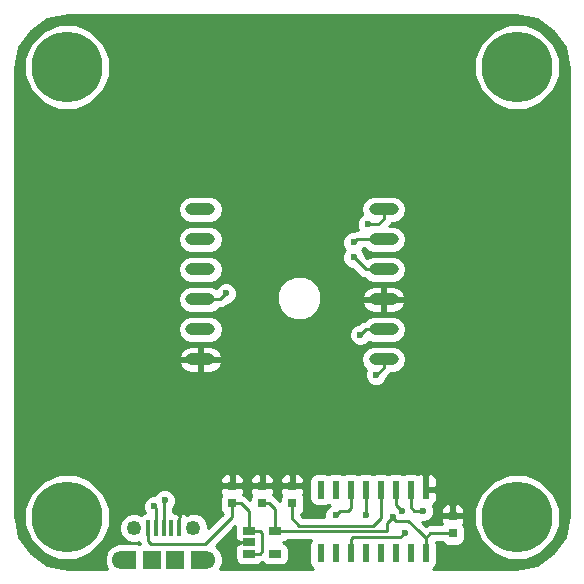
<source format=gtl>
G04 #@! TF.FileFunction,Copper,L1,Top,Signal*
%FSLAX46Y46*%
G04 Gerber Fmt 4.6, Leading zero omitted, Abs format (unit mm)*
G04 Created by KiCad (PCBNEW 4.0.7) date 07/18/19 16:41:38*
%MOMM*%
%LPD*%
G01*
G04 APERTURE LIST*
%ADD10C,0.100000*%
%ADD11O,2.500000X1.000000*%
%ADD12C,6.000000*%
%ADD13R,0.750000X0.800000*%
%ADD14R,1.500000X1.550000*%
%ADD15R,1.275000X1.550000*%
%ADD16C,1.550000*%
%ADD17C,1.250000*%
%ADD18R,0.400000X1.350000*%
%ADD19R,0.600000X1.500000*%
%ADD20R,1.060000X0.650000*%
%ADD21C,0.600000*%
%ADD22C,0.250000*%
%ADD23C,0.254000*%
G04 APERTURE END LIST*
D10*
D11*
X137030000Y-106045000D03*
X137030000Y-103505000D03*
X137030000Y-100965000D03*
X137030000Y-98425000D03*
X137030000Y-95885000D03*
X137030000Y-93345000D03*
X152530000Y-93345000D03*
X152530000Y-95885000D03*
X152530000Y-98425000D03*
X152530000Y-100965000D03*
X152530000Y-103505000D03*
X152530000Y-106045000D03*
D12*
X163830000Y-119380000D03*
X125730000Y-119380000D03*
X125730000Y-81280000D03*
D13*
X144780000Y-118225000D03*
X144780000Y-116725000D03*
X139700000Y-116725000D03*
X139700000Y-118225000D03*
X142240000Y-116725000D03*
X142240000Y-118225000D03*
X158369000Y-119265000D03*
X158369000Y-120765000D03*
D14*
X134908800Y-123012200D03*
D15*
X136846300Y-123012200D03*
D16*
X137483800Y-123012200D03*
X130333800Y-123012200D03*
D17*
X131408800Y-120312200D03*
D18*
X132608800Y-120312200D03*
X133258800Y-120312200D03*
X135208800Y-120312200D03*
X134558800Y-120312200D03*
X133908800Y-120312200D03*
D17*
X136408800Y-120312200D03*
D15*
X130971300Y-123012200D03*
D14*
X132908800Y-123012200D03*
D19*
X156083000Y-117061000D03*
X154813000Y-117061000D03*
X153543000Y-117061000D03*
X152273000Y-117061000D03*
X151003000Y-117061000D03*
X149733000Y-117061000D03*
X148463000Y-117061000D03*
X147193000Y-117061000D03*
X147193000Y-122461000D03*
X148463000Y-122461000D03*
X149733000Y-122461000D03*
X151003000Y-122461000D03*
X152273000Y-122461000D03*
X153543000Y-122461000D03*
X154813000Y-122461000D03*
X156083000Y-122461000D03*
D20*
X141140000Y-120589000D03*
X141140000Y-121539000D03*
X141140000Y-122489000D03*
X143340000Y-122489000D03*
X143340000Y-120589000D03*
D12*
X163830000Y-81280000D03*
D21*
X130810000Y-116205000D03*
X132080000Y-116205000D03*
X133350000Y-116205000D03*
X134620000Y-116205000D03*
X135890000Y-116205000D03*
X137160000Y-116205000D03*
X145415000Y-123063000D03*
X139573000Y-123190000D03*
X139573000Y-121920000D03*
X145415000Y-121920000D03*
X146939000Y-93853000D03*
X145796000Y-93853000D03*
X160020000Y-121285000D03*
X159639000Y-116840000D03*
X159639000Y-118110000D03*
X160020000Y-122555000D03*
X150876000Y-102235000D03*
X149987000Y-96139000D03*
X139192000Y-100457000D03*
X153352500Y-119380000D03*
X149987000Y-97409000D03*
X148463000Y-119253000D03*
X133096000Y-118491000D03*
X151003000Y-119253000D03*
X133985000Y-117983000D03*
X155892500Y-118872000D03*
X151892000Y-107378500D03*
X150558500Y-103949500D03*
X154051000Y-118872000D03*
X151193500Y-94615000D03*
X154305000Y-120713500D03*
D22*
X144780000Y-118225000D02*
X144780000Y-119507000D01*
X152273000Y-119507000D02*
X152273000Y-117061000D01*
X151641002Y-120138998D02*
X152273000Y-119507000D01*
X145411998Y-120138998D02*
X151641002Y-120138998D01*
X144780000Y-119507000D02*
X145411998Y-120138998D01*
X135208800Y-120312200D02*
X135208800Y-119426200D01*
X132080000Y-116205000D02*
X130810000Y-116205000D01*
X133350000Y-116205000D02*
X132080000Y-116205000D01*
X134620000Y-116205000D02*
X133350000Y-116205000D01*
X135890000Y-116205000D02*
X134620000Y-116205000D01*
X137160000Y-116205000D02*
X135890000Y-116205000D01*
X135255000Y-118110000D02*
X137160000Y-116205000D01*
X135255000Y-119380000D02*
X135255000Y-118110000D01*
X135208800Y-119426200D02*
X135255000Y-119380000D01*
X145415000Y-121920000D02*
X145415000Y-123063000D01*
X139700000Y-123190000D02*
X140081000Y-123571000D01*
X140081000Y-123571000D02*
X144907000Y-123571000D01*
X144907000Y-123571000D02*
X145415000Y-123063000D01*
X139573000Y-123190000D02*
X139573000Y-121920000D01*
X139954000Y-121539000D02*
X139573000Y-121920000D01*
X139954000Y-121539000D02*
X141140000Y-121539000D01*
X139573000Y-123190000D02*
X139700000Y-123190000D01*
X160020000Y-121285000D02*
X160020000Y-122428000D01*
X159639000Y-120904000D02*
X160020000Y-121285000D01*
X159639000Y-118110000D02*
X159639000Y-116840000D01*
X158369000Y-118110000D02*
X159639000Y-116840000D01*
X158369000Y-119265000D02*
X158369000Y-118110000D01*
X159639000Y-118110000D02*
X159639000Y-120904000D01*
X160020000Y-122428000D02*
X160020000Y-122555000D01*
X150876000Y-102235000D02*
X152527000Y-102235000D01*
X152530000Y-102232000D02*
X152530000Y-100965000D01*
X152527000Y-102235000D02*
X152530000Y-102232000D01*
X141140000Y-120589000D02*
X142052000Y-120589000D01*
X142052000Y-122489000D02*
X141140000Y-122489000D01*
X142240000Y-122301000D02*
X142052000Y-122489000D01*
X142240000Y-120777000D02*
X142240000Y-122301000D01*
X142052000Y-120589000D02*
X142240000Y-120777000D01*
X132608800Y-120312200D02*
X132608800Y-121432800D01*
X139700000Y-119380000D02*
X139700000Y-118225000D01*
X137414000Y-121666000D02*
X139700000Y-119380000D01*
X132842000Y-121666000D02*
X137414000Y-121666000D01*
X132608800Y-121432800D02*
X132842000Y-121666000D01*
X139700000Y-118225000D02*
X140450000Y-118225000D01*
X141140000Y-118915000D02*
X141140000Y-120589000D01*
X140450000Y-118225000D02*
X141140000Y-118915000D01*
X150241000Y-95885000D02*
X152530000Y-95885000D01*
X150241000Y-95885000D02*
X149987000Y-96139000D01*
X137030000Y-100965000D02*
X138684000Y-100965000D01*
X138684000Y-100965000D02*
X139192000Y-100457000D01*
X153352500Y-119380000D02*
X153352500Y-119443500D01*
X155514000Y-120589000D02*
X156083000Y-121158000D01*
X154622500Y-119697500D02*
X155514000Y-120589000D01*
X153606500Y-119697500D02*
X154622500Y-119697500D01*
X153352500Y-119443500D02*
X153606500Y-119697500D01*
X152844500Y-120589000D02*
X152844500Y-119888000D01*
X152844500Y-119888000D02*
X153352500Y-119380000D01*
X152530000Y-98425000D02*
X151003000Y-98425000D01*
X151003000Y-98425000D02*
X149987000Y-97409000D01*
X143340000Y-120589000D02*
X143340000Y-118702000D01*
X142863000Y-118225000D02*
X142240000Y-118225000D01*
X143340000Y-118702000D02*
X142863000Y-118225000D01*
X156083000Y-122461000D02*
X156083000Y-121158000D01*
X156083000Y-121158000D02*
X156476000Y-120765000D01*
X156476000Y-120765000D02*
X158369000Y-120765000D01*
X143340000Y-120589000D02*
X152844500Y-120589000D01*
X133258800Y-120312200D02*
X133258800Y-118653800D01*
X148463000Y-119253000D02*
X148844000Y-118872000D01*
X148844000Y-118872000D02*
X149479000Y-118872000D01*
X149479000Y-118872000D02*
X149733000Y-118618000D01*
X149733000Y-118618000D02*
X149733000Y-117061000D01*
X133258800Y-118653800D02*
X133096000Y-118491000D01*
X133908800Y-120312200D02*
X133908800Y-118059200D01*
X151003000Y-119253000D02*
X151003000Y-117061000D01*
X133908800Y-118059200D02*
X133985000Y-117983000D01*
X152530000Y-106045000D02*
X152530000Y-106740500D01*
X154813000Y-118554500D02*
X154813000Y-117061000D01*
X155130500Y-118872000D02*
X154813000Y-118554500D01*
X155892500Y-118872000D02*
X155130500Y-118872000D01*
X152530000Y-106740500D02*
X151892000Y-107378500D01*
X151003000Y-103505000D02*
X150558500Y-103949500D01*
X152530000Y-103505000D02*
X151003000Y-103505000D01*
X154051000Y-118872000D02*
X153543000Y-118364000D01*
X153543000Y-118364000D02*
X153543000Y-117061000D01*
X152530000Y-94167500D02*
X152530000Y-93345000D01*
X152082500Y-94615000D02*
X152530000Y-94167500D01*
X151193500Y-94615000D02*
X152082500Y-94615000D01*
X153924000Y-121094500D02*
X154305000Y-120713500D01*
X149923500Y-121094500D02*
X153924000Y-121094500D01*
X149733000Y-122461000D02*
X149733000Y-121285000D01*
X149733000Y-121285000D02*
X149923500Y-121094500D01*
D23*
G36*
X165497005Y-77255498D02*
X166910221Y-78199779D01*
X167854502Y-79612997D01*
X168200000Y-81349931D01*
X168200000Y-119310069D01*
X167854502Y-121047003D01*
X166910221Y-122460221D01*
X165497005Y-123404502D01*
X163760069Y-123750000D01*
X156718028Y-123750000D01*
X156834441Y-123675090D01*
X156979431Y-123462890D01*
X157030440Y-123211000D01*
X157030440Y-121711000D01*
X156995442Y-121525000D01*
X157471069Y-121525000D01*
X157529910Y-121616441D01*
X157742110Y-121761431D01*
X157994000Y-121812440D01*
X158744000Y-121812440D01*
X158979317Y-121768162D01*
X159195441Y-121629090D01*
X159340431Y-121416890D01*
X159391440Y-121165000D01*
X159391440Y-120365000D01*
X159347162Y-120129683D01*
X159327981Y-120099874D01*
X160194370Y-120099874D01*
X160746600Y-121436372D01*
X161768249Y-122459806D01*
X163103782Y-123014368D01*
X164549874Y-123015630D01*
X165886372Y-122463400D01*
X166909806Y-121441751D01*
X167464368Y-120106218D01*
X167465630Y-118660126D01*
X166913400Y-117323628D01*
X165891751Y-116300194D01*
X164556218Y-115745632D01*
X163110126Y-115744370D01*
X161773628Y-116296600D01*
X160750194Y-117318249D01*
X160195632Y-118653782D01*
X160194370Y-120099874D01*
X159327981Y-120099874D01*
X159280671Y-120026354D01*
X159282327Y-120024698D01*
X159379000Y-119791309D01*
X159379000Y-119550750D01*
X159220250Y-119392000D01*
X158496000Y-119392000D01*
X158496000Y-119412000D01*
X158242000Y-119412000D01*
X158242000Y-119392000D01*
X157517750Y-119392000D01*
X157359000Y-119550750D01*
X157359000Y-119791309D01*
X157447514Y-120005000D01*
X156476000Y-120005000D01*
X156185161Y-120062852D01*
X156111723Y-120111921D01*
X155806728Y-119806926D01*
X156077667Y-119807162D01*
X156421443Y-119665117D01*
X156684692Y-119402327D01*
X156827338Y-119058799D01*
X156827616Y-118738691D01*
X157359000Y-118738691D01*
X157359000Y-118979250D01*
X157517750Y-119138000D01*
X158242000Y-119138000D01*
X158242000Y-118388750D01*
X158496000Y-118388750D01*
X158496000Y-119138000D01*
X159220250Y-119138000D01*
X159379000Y-118979250D01*
X159379000Y-118738691D01*
X159282327Y-118505302D01*
X159103699Y-118326673D01*
X158870310Y-118230000D01*
X158654750Y-118230000D01*
X158496000Y-118388750D01*
X158242000Y-118388750D01*
X158083250Y-118230000D01*
X157867690Y-118230000D01*
X157634301Y-118326673D01*
X157455673Y-118505302D01*
X157359000Y-118738691D01*
X156827616Y-118738691D01*
X156827662Y-118686833D01*
X156696171Y-118368600D01*
X156742699Y-118349327D01*
X156921327Y-118170698D01*
X157018000Y-117937309D01*
X157018000Y-117346750D01*
X156859250Y-117188000D01*
X156210000Y-117188000D01*
X156210000Y-117208000D01*
X155956000Y-117208000D01*
X155956000Y-117188000D01*
X155936000Y-117188000D01*
X155936000Y-116934000D01*
X155956000Y-116934000D01*
X155956000Y-115834750D01*
X156210000Y-115834750D01*
X156210000Y-116934000D01*
X156859250Y-116934000D01*
X157018000Y-116775250D01*
X157018000Y-116184691D01*
X156921327Y-115951302D01*
X156742699Y-115772673D01*
X156509310Y-115676000D01*
X156368750Y-115676000D01*
X156210000Y-115834750D01*
X155956000Y-115834750D01*
X155797250Y-115676000D01*
X155656690Y-115676000D01*
X155439878Y-115765806D01*
X155364890Y-115714569D01*
X155113000Y-115663560D01*
X154513000Y-115663560D01*
X154277683Y-115707838D01*
X154178472Y-115771678D01*
X154094890Y-115714569D01*
X153843000Y-115663560D01*
X153243000Y-115663560D01*
X153007683Y-115707838D01*
X152908472Y-115771678D01*
X152824890Y-115714569D01*
X152573000Y-115663560D01*
X151973000Y-115663560D01*
X151737683Y-115707838D01*
X151638472Y-115771678D01*
X151554890Y-115714569D01*
X151303000Y-115663560D01*
X150703000Y-115663560D01*
X150467683Y-115707838D01*
X150368472Y-115771678D01*
X150284890Y-115714569D01*
X150033000Y-115663560D01*
X149433000Y-115663560D01*
X149197683Y-115707838D01*
X149098472Y-115771678D01*
X149014890Y-115714569D01*
X148763000Y-115663560D01*
X148163000Y-115663560D01*
X147927683Y-115707838D01*
X147828472Y-115771678D01*
X147744890Y-115714569D01*
X147493000Y-115663560D01*
X146893000Y-115663560D01*
X146657683Y-115707838D01*
X146441559Y-115846910D01*
X146296569Y-116059110D01*
X146245560Y-116311000D01*
X146245560Y-117811000D01*
X146289838Y-118046317D01*
X146428910Y-118262441D01*
X146641110Y-118407431D01*
X146893000Y-118458440D01*
X147493000Y-118458440D01*
X147728317Y-118414162D01*
X147827528Y-118350322D01*
X147911110Y-118407431D01*
X148011701Y-118427801D01*
X147934057Y-118459883D01*
X147670808Y-118722673D01*
X147528162Y-119066201D01*
X147527890Y-119378998D01*
X145726800Y-119378998D01*
X145540000Y-119192198D01*
X145540000Y-119131844D01*
X145606441Y-119089090D01*
X145751431Y-118876890D01*
X145802440Y-118625000D01*
X145802440Y-117825000D01*
X145758162Y-117589683D01*
X145691671Y-117486354D01*
X145693327Y-117484698D01*
X145790000Y-117251309D01*
X145790000Y-117010750D01*
X145631250Y-116852000D01*
X144907000Y-116852000D01*
X144907000Y-116872000D01*
X144653000Y-116872000D01*
X144653000Y-116852000D01*
X143928750Y-116852000D01*
X143770000Y-117010750D01*
X143770000Y-117251309D01*
X143866673Y-117484698D01*
X143868043Y-117486068D01*
X143808569Y-117573110D01*
X143757560Y-117825000D01*
X143757560Y-118044758D01*
X143400401Y-117687599D01*
X143191237Y-117547841D01*
X143151671Y-117486354D01*
X143153327Y-117484698D01*
X143250000Y-117251309D01*
X143250000Y-117010750D01*
X143091250Y-116852000D01*
X142367000Y-116852000D01*
X142367000Y-116872000D01*
X142113000Y-116872000D01*
X142113000Y-116852000D01*
X141388750Y-116852000D01*
X141230000Y-117010750D01*
X141230000Y-117251309D01*
X141326673Y-117484698D01*
X141328043Y-117486068D01*
X141268569Y-117573110D01*
X141217560Y-117825000D01*
X141217560Y-117917758D01*
X140987401Y-117687599D01*
X140740839Y-117522852D01*
X140619645Y-117498745D01*
X140611671Y-117486354D01*
X140613327Y-117484698D01*
X140710000Y-117251309D01*
X140710000Y-117010750D01*
X140551250Y-116852000D01*
X139827000Y-116852000D01*
X139827000Y-116872000D01*
X139573000Y-116872000D01*
X139573000Y-116852000D01*
X138848750Y-116852000D01*
X138690000Y-117010750D01*
X138690000Y-117251309D01*
X138786673Y-117484698D01*
X138788043Y-117486068D01*
X138728569Y-117573110D01*
X138677560Y-117825000D01*
X138677560Y-118625000D01*
X138721838Y-118860317D01*
X138860910Y-119076441D01*
X138901217Y-119103981D01*
X137668779Y-120336419D01*
X137669018Y-120062670D01*
X137477599Y-119599400D01*
X137123465Y-119244647D01*
X136660529Y-119052419D01*
X136159270Y-119051982D01*
X135849572Y-119179946D01*
X135768498Y-119098873D01*
X135535109Y-119002200D01*
X135467550Y-119002200D01*
X135308800Y-119160950D01*
X135308800Y-119319267D01*
X135222890Y-119185759D01*
X135010690Y-119040769D01*
X134983015Y-119035165D01*
X134950050Y-119002200D01*
X134882491Y-119002200D01*
X134862047Y-119010668D01*
X134758800Y-118989760D01*
X134668800Y-118989760D01*
X134668800Y-118621530D01*
X134777192Y-118513327D01*
X134919838Y-118169799D01*
X134920162Y-117797833D01*
X134778117Y-117454057D01*
X134515327Y-117190808D01*
X134171799Y-117048162D01*
X133799833Y-117047838D01*
X133456057Y-117189883D01*
X133192808Y-117452673D01*
X133149883Y-117556046D01*
X132910833Y-117555838D01*
X132567057Y-117697883D01*
X132303808Y-117960673D01*
X132161162Y-118304201D01*
X132160838Y-118676167D01*
X132298952Y-119010429D01*
X132173483Y-119034038D01*
X131957359Y-119173110D01*
X131955994Y-119175107D01*
X131660529Y-119052419D01*
X131159270Y-119051982D01*
X130696000Y-119243401D01*
X130341247Y-119597535D01*
X130149019Y-120060471D01*
X130148582Y-120561730D01*
X130340001Y-121025000D01*
X130694135Y-121379753D01*
X131157071Y-121571981D01*
X131658330Y-121572418D01*
X131859997Y-121489091D01*
X131892761Y-121653807D01*
X131886072Y-121658112D01*
X131860690Y-121640769D01*
X131608800Y-121589760D01*
X130333800Y-121589760D01*
X130267998Y-121602141D01*
X130054564Y-121601955D01*
X129536142Y-121816163D01*
X129139157Y-122212456D01*
X128924045Y-122730503D01*
X128923555Y-123291436D01*
X129113030Y-123750000D01*
X125799931Y-123750000D01*
X124062997Y-123404502D01*
X122649779Y-122460221D01*
X121705498Y-121047005D01*
X121517102Y-120099874D01*
X122094370Y-120099874D01*
X122646600Y-121436372D01*
X123668249Y-122459806D01*
X125003782Y-123014368D01*
X126449874Y-123015630D01*
X127786372Y-122463400D01*
X128809806Y-121441751D01*
X129364368Y-120106218D01*
X129365630Y-118660126D01*
X128813400Y-117323628D01*
X127791751Y-116300194D01*
X127547305Y-116198691D01*
X138690000Y-116198691D01*
X138690000Y-116439250D01*
X138848750Y-116598000D01*
X139573000Y-116598000D01*
X139573000Y-115848750D01*
X139827000Y-115848750D01*
X139827000Y-116598000D01*
X140551250Y-116598000D01*
X140710000Y-116439250D01*
X140710000Y-116198691D01*
X141230000Y-116198691D01*
X141230000Y-116439250D01*
X141388750Y-116598000D01*
X142113000Y-116598000D01*
X142113000Y-115848750D01*
X142367000Y-115848750D01*
X142367000Y-116598000D01*
X143091250Y-116598000D01*
X143250000Y-116439250D01*
X143250000Y-116198691D01*
X143770000Y-116198691D01*
X143770000Y-116439250D01*
X143928750Y-116598000D01*
X144653000Y-116598000D01*
X144653000Y-115848750D01*
X144907000Y-115848750D01*
X144907000Y-116598000D01*
X145631250Y-116598000D01*
X145790000Y-116439250D01*
X145790000Y-116198691D01*
X145693327Y-115965302D01*
X145514699Y-115786673D01*
X145281310Y-115690000D01*
X145065750Y-115690000D01*
X144907000Y-115848750D01*
X144653000Y-115848750D01*
X144494250Y-115690000D01*
X144278690Y-115690000D01*
X144045301Y-115786673D01*
X143866673Y-115965302D01*
X143770000Y-116198691D01*
X143250000Y-116198691D01*
X143153327Y-115965302D01*
X142974699Y-115786673D01*
X142741310Y-115690000D01*
X142525750Y-115690000D01*
X142367000Y-115848750D01*
X142113000Y-115848750D01*
X141954250Y-115690000D01*
X141738690Y-115690000D01*
X141505301Y-115786673D01*
X141326673Y-115965302D01*
X141230000Y-116198691D01*
X140710000Y-116198691D01*
X140613327Y-115965302D01*
X140434699Y-115786673D01*
X140201310Y-115690000D01*
X139985750Y-115690000D01*
X139827000Y-115848750D01*
X139573000Y-115848750D01*
X139414250Y-115690000D01*
X139198690Y-115690000D01*
X138965301Y-115786673D01*
X138786673Y-115965302D01*
X138690000Y-116198691D01*
X127547305Y-116198691D01*
X126456218Y-115745632D01*
X125010126Y-115744370D01*
X123673628Y-116296600D01*
X122650194Y-117318249D01*
X122095632Y-118653782D01*
X122094370Y-120099874D01*
X121517102Y-120099874D01*
X121360000Y-119310069D01*
X121360000Y-106346874D01*
X135185881Y-106346874D01*
X135387632Y-106757763D01*
X135728322Y-107045002D01*
X136153000Y-107180000D01*
X136903000Y-107180000D01*
X136903000Y-106172000D01*
X137157000Y-106172000D01*
X137157000Y-107180000D01*
X137907000Y-107180000D01*
X138331678Y-107045002D01*
X138672368Y-106757763D01*
X138874119Y-106346874D01*
X138747954Y-106172000D01*
X137157000Y-106172000D01*
X136903000Y-106172000D01*
X135312046Y-106172000D01*
X135185881Y-106346874D01*
X121360000Y-106346874D01*
X121360000Y-106045000D01*
X150608071Y-106045000D01*
X150694468Y-106479346D01*
X150940505Y-106847566D01*
X151065406Y-106931022D01*
X150957162Y-107191701D01*
X150956838Y-107563667D01*
X151098883Y-107907443D01*
X151361673Y-108170692D01*
X151705201Y-108313338D01*
X152077167Y-108313662D01*
X152420943Y-108171617D01*
X152684192Y-107908827D01*
X152826838Y-107565299D01*
X152826879Y-107518423D01*
X153067401Y-107277901D01*
X153132816Y-107180000D01*
X153316929Y-107180000D01*
X153751275Y-107093603D01*
X154119495Y-106847566D01*
X154365532Y-106479346D01*
X154451929Y-106045000D01*
X154365532Y-105610654D01*
X154119495Y-105242434D01*
X153751275Y-104996397D01*
X153316929Y-104910000D01*
X151743071Y-104910000D01*
X151308725Y-104996397D01*
X150940505Y-105242434D01*
X150694468Y-105610654D01*
X150608071Y-106045000D01*
X121360000Y-106045000D01*
X121360000Y-105743126D01*
X135185881Y-105743126D01*
X135312046Y-105918000D01*
X136903000Y-105918000D01*
X136903000Y-104910000D01*
X137157000Y-104910000D01*
X137157000Y-105918000D01*
X138747954Y-105918000D01*
X138874119Y-105743126D01*
X138672368Y-105332237D01*
X138331678Y-105044998D01*
X137907000Y-104910000D01*
X137157000Y-104910000D01*
X136903000Y-104910000D01*
X136153000Y-104910000D01*
X135728322Y-105044998D01*
X135387632Y-105332237D01*
X135185881Y-105743126D01*
X121360000Y-105743126D01*
X121360000Y-103505000D01*
X135108071Y-103505000D01*
X135194468Y-103939346D01*
X135440505Y-104307566D01*
X135808725Y-104553603D01*
X136243071Y-104640000D01*
X137816929Y-104640000D01*
X138251275Y-104553603D01*
X138619495Y-104307566D01*
X138735022Y-104134667D01*
X149623338Y-104134667D01*
X149765383Y-104478443D01*
X150028173Y-104741692D01*
X150371701Y-104884338D01*
X150743667Y-104884662D01*
X151087443Y-104742617D01*
X151289593Y-104540819D01*
X151308725Y-104553603D01*
X151743071Y-104640000D01*
X153316929Y-104640000D01*
X153751275Y-104553603D01*
X154119495Y-104307566D01*
X154365532Y-103939346D01*
X154451929Y-103505000D01*
X154365532Y-103070654D01*
X154119495Y-102702434D01*
X153751275Y-102456397D01*
X153316929Y-102370000D01*
X151743071Y-102370000D01*
X151308725Y-102456397D01*
X150940505Y-102702434D01*
X150898124Y-102765861D01*
X150712161Y-102802852D01*
X150465599Y-102967599D01*
X150418820Y-103014378D01*
X150373333Y-103014338D01*
X150029557Y-103156383D01*
X149766308Y-103419173D01*
X149623662Y-103762701D01*
X149623338Y-104134667D01*
X138735022Y-104134667D01*
X138865532Y-103939346D01*
X138951929Y-103505000D01*
X138865532Y-103070654D01*
X138619495Y-102702434D01*
X138251275Y-102456397D01*
X137816929Y-102370000D01*
X136243071Y-102370000D01*
X135808725Y-102456397D01*
X135440505Y-102702434D01*
X135194468Y-103070654D01*
X135108071Y-103505000D01*
X121360000Y-103505000D01*
X121360000Y-100965000D01*
X135108071Y-100965000D01*
X135194468Y-101399346D01*
X135440505Y-101767566D01*
X135808725Y-102013603D01*
X136243071Y-102100000D01*
X137816929Y-102100000D01*
X138251275Y-102013603D01*
X138619495Y-101767566D01*
X138647937Y-101725000D01*
X138684000Y-101725000D01*
X138974839Y-101667148D01*
X139221401Y-101502401D01*
X139331680Y-101392122D01*
X139377167Y-101392162D01*
X139720943Y-101250117D01*
X139772845Y-101198305D01*
X143494674Y-101198305D01*
X143781043Y-101891372D01*
X144310839Y-102422093D01*
X145003405Y-102709672D01*
X145753305Y-102710326D01*
X146446372Y-102423957D01*
X146977093Y-101894161D01*
X147237565Y-101266874D01*
X150685881Y-101266874D01*
X150887632Y-101677763D01*
X151228322Y-101965002D01*
X151653000Y-102100000D01*
X152403000Y-102100000D01*
X152403000Y-101092000D01*
X152657000Y-101092000D01*
X152657000Y-102100000D01*
X153407000Y-102100000D01*
X153831678Y-101965002D01*
X154172368Y-101677763D01*
X154374119Y-101266874D01*
X154247954Y-101092000D01*
X152657000Y-101092000D01*
X152403000Y-101092000D01*
X150812046Y-101092000D01*
X150685881Y-101266874D01*
X147237565Y-101266874D01*
X147264672Y-101201595D01*
X147265141Y-100663126D01*
X150685881Y-100663126D01*
X150812046Y-100838000D01*
X152403000Y-100838000D01*
X152403000Y-99830000D01*
X152657000Y-99830000D01*
X152657000Y-100838000D01*
X154247954Y-100838000D01*
X154374119Y-100663126D01*
X154172368Y-100252237D01*
X153831678Y-99964998D01*
X153407000Y-99830000D01*
X152657000Y-99830000D01*
X152403000Y-99830000D01*
X151653000Y-99830000D01*
X151228322Y-99964998D01*
X150887632Y-100252237D01*
X150685881Y-100663126D01*
X147265141Y-100663126D01*
X147265326Y-100451695D01*
X146978957Y-99758628D01*
X146449161Y-99227907D01*
X145756595Y-98940328D01*
X145006695Y-98939674D01*
X144313628Y-99226043D01*
X143782907Y-99755839D01*
X143495328Y-100448405D01*
X143494674Y-101198305D01*
X139772845Y-101198305D01*
X139984192Y-100987327D01*
X140126838Y-100643799D01*
X140127162Y-100271833D01*
X139985117Y-99928057D01*
X139722327Y-99664808D01*
X139378799Y-99522162D01*
X139006833Y-99521838D01*
X138663057Y-99663883D01*
X138399808Y-99926673D01*
X138370888Y-99996320D01*
X138251275Y-99916397D01*
X137816929Y-99830000D01*
X136243071Y-99830000D01*
X135808725Y-99916397D01*
X135440505Y-100162434D01*
X135194468Y-100530654D01*
X135108071Y-100965000D01*
X121360000Y-100965000D01*
X121360000Y-98425000D01*
X135108071Y-98425000D01*
X135194468Y-98859346D01*
X135440505Y-99227566D01*
X135808725Y-99473603D01*
X136243071Y-99560000D01*
X137816929Y-99560000D01*
X138251275Y-99473603D01*
X138619495Y-99227566D01*
X138865532Y-98859346D01*
X138951929Y-98425000D01*
X138865532Y-97990654D01*
X138619495Y-97622434D01*
X138251275Y-97376397D01*
X137816929Y-97290000D01*
X136243071Y-97290000D01*
X135808725Y-97376397D01*
X135440505Y-97622434D01*
X135194468Y-97990654D01*
X135108071Y-98425000D01*
X121360000Y-98425000D01*
X121360000Y-95885000D01*
X135108071Y-95885000D01*
X135194468Y-96319346D01*
X135440505Y-96687566D01*
X135808725Y-96933603D01*
X136243071Y-97020000D01*
X137816929Y-97020000D01*
X138251275Y-96933603D01*
X138619495Y-96687566D01*
X138862310Y-96324167D01*
X149051838Y-96324167D01*
X149193883Y-96667943D01*
X149299710Y-96773954D01*
X149194808Y-96878673D01*
X149052162Y-97222201D01*
X149051838Y-97594167D01*
X149193883Y-97937943D01*
X149456673Y-98201192D01*
X149800201Y-98343838D01*
X149847077Y-98343879D01*
X150465599Y-98962401D01*
X150712161Y-99127148D01*
X150898124Y-99164139D01*
X150940505Y-99227566D01*
X151308725Y-99473603D01*
X151743071Y-99560000D01*
X153316929Y-99560000D01*
X153751275Y-99473603D01*
X154119495Y-99227566D01*
X154365532Y-98859346D01*
X154451929Y-98425000D01*
X154365532Y-97990654D01*
X154119495Y-97622434D01*
X153751275Y-97376397D01*
X153316929Y-97290000D01*
X151743071Y-97290000D01*
X151308725Y-97376397D01*
X151141161Y-97488359D01*
X150922122Y-97269320D01*
X150922162Y-97223833D01*
X150780117Y-96880057D01*
X150674290Y-96774046D01*
X150779192Y-96669327D01*
X150789294Y-96645000D01*
X150912063Y-96645000D01*
X150940505Y-96687566D01*
X151308725Y-96933603D01*
X151743071Y-97020000D01*
X153316929Y-97020000D01*
X153751275Y-96933603D01*
X154119495Y-96687566D01*
X154365532Y-96319346D01*
X154451929Y-95885000D01*
X154365532Y-95450654D01*
X154119495Y-95082434D01*
X153751275Y-94836397D01*
X153316929Y-94750000D01*
X153022302Y-94750000D01*
X153067401Y-94704901D01*
X153217675Y-94480000D01*
X153316929Y-94480000D01*
X153751275Y-94393603D01*
X154119495Y-94147566D01*
X154365532Y-93779346D01*
X154451929Y-93345000D01*
X154365532Y-92910654D01*
X154119495Y-92542434D01*
X153751275Y-92296397D01*
X153316929Y-92210000D01*
X151743071Y-92210000D01*
X151308725Y-92296397D01*
X150940505Y-92542434D01*
X150694468Y-92910654D01*
X150608071Y-93345000D01*
X150694468Y-93779346D01*
X150710270Y-93802995D01*
X150664557Y-93821883D01*
X150401308Y-94084673D01*
X150258662Y-94428201D01*
X150258338Y-94800167D01*
X150392556Y-95125000D01*
X150241000Y-95125000D01*
X149950160Y-95182852D01*
X149918600Y-95203940D01*
X149801833Y-95203838D01*
X149458057Y-95345883D01*
X149194808Y-95608673D01*
X149052162Y-95952201D01*
X149051838Y-96324167D01*
X138862310Y-96324167D01*
X138865532Y-96319346D01*
X138951929Y-95885000D01*
X138865532Y-95450654D01*
X138619495Y-95082434D01*
X138251275Y-94836397D01*
X137816929Y-94750000D01*
X136243071Y-94750000D01*
X135808725Y-94836397D01*
X135440505Y-95082434D01*
X135194468Y-95450654D01*
X135108071Y-95885000D01*
X121360000Y-95885000D01*
X121360000Y-93345000D01*
X135108071Y-93345000D01*
X135194468Y-93779346D01*
X135440505Y-94147566D01*
X135808725Y-94393603D01*
X136243071Y-94480000D01*
X137816929Y-94480000D01*
X138251275Y-94393603D01*
X138619495Y-94147566D01*
X138865532Y-93779346D01*
X138951929Y-93345000D01*
X138865532Y-92910654D01*
X138619495Y-92542434D01*
X138251275Y-92296397D01*
X137816929Y-92210000D01*
X136243071Y-92210000D01*
X135808725Y-92296397D01*
X135440505Y-92542434D01*
X135194468Y-92910654D01*
X135108071Y-93345000D01*
X121360000Y-93345000D01*
X121360000Y-81999874D01*
X122094370Y-81999874D01*
X122646600Y-83336372D01*
X123668249Y-84359806D01*
X125003782Y-84914368D01*
X126449874Y-84915630D01*
X127786372Y-84363400D01*
X128809806Y-83341751D01*
X129364368Y-82006218D01*
X129364373Y-81999874D01*
X160194370Y-81999874D01*
X160746600Y-83336372D01*
X161768249Y-84359806D01*
X163103782Y-84914368D01*
X164549874Y-84915630D01*
X165886372Y-84363400D01*
X166909806Y-83341751D01*
X167464368Y-82006218D01*
X167465630Y-80560126D01*
X166913400Y-79223628D01*
X165891751Y-78200194D01*
X164556218Y-77645632D01*
X163110126Y-77644370D01*
X161773628Y-78196600D01*
X160750194Y-79218249D01*
X160195632Y-80553782D01*
X160194370Y-81999874D01*
X129364373Y-81999874D01*
X129365630Y-80560126D01*
X128813400Y-79223628D01*
X127791751Y-78200194D01*
X126456218Y-77645632D01*
X125010126Y-77644370D01*
X123673628Y-78196600D01*
X122650194Y-79218249D01*
X122095632Y-80553782D01*
X122094370Y-81999874D01*
X121360000Y-81999874D01*
X121360000Y-81349931D01*
X121705498Y-79612995D01*
X122649779Y-78199779D01*
X124062997Y-77255498D01*
X125799931Y-76910000D01*
X163760069Y-76910000D01*
X165497005Y-77255498D01*
X165497005Y-77255498D01*
G37*
X165497005Y-77255498D02*
X166910221Y-78199779D01*
X167854502Y-79612997D01*
X168200000Y-81349931D01*
X168200000Y-119310069D01*
X167854502Y-121047003D01*
X166910221Y-122460221D01*
X165497005Y-123404502D01*
X163760069Y-123750000D01*
X156718028Y-123750000D01*
X156834441Y-123675090D01*
X156979431Y-123462890D01*
X157030440Y-123211000D01*
X157030440Y-121711000D01*
X156995442Y-121525000D01*
X157471069Y-121525000D01*
X157529910Y-121616441D01*
X157742110Y-121761431D01*
X157994000Y-121812440D01*
X158744000Y-121812440D01*
X158979317Y-121768162D01*
X159195441Y-121629090D01*
X159340431Y-121416890D01*
X159391440Y-121165000D01*
X159391440Y-120365000D01*
X159347162Y-120129683D01*
X159327981Y-120099874D01*
X160194370Y-120099874D01*
X160746600Y-121436372D01*
X161768249Y-122459806D01*
X163103782Y-123014368D01*
X164549874Y-123015630D01*
X165886372Y-122463400D01*
X166909806Y-121441751D01*
X167464368Y-120106218D01*
X167465630Y-118660126D01*
X166913400Y-117323628D01*
X165891751Y-116300194D01*
X164556218Y-115745632D01*
X163110126Y-115744370D01*
X161773628Y-116296600D01*
X160750194Y-117318249D01*
X160195632Y-118653782D01*
X160194370Y-120099874D01*
X159327981Y-120099874D01*
X159280671Y-120026354D01*
X159282327Y-120024698D01*
X159379000Y-119791309D01*
X159379000Y-119550750D01*
X159220250Y-119392000D01*
X158496000Y-119392000D01*
X158496000Y-119412000D01*
X158242000Y-119412000D01*
X158242000Y-119392000D01*
X157517750Y-119392000D01*
X157359000Y-119550750D01*
X157359000Y-119791309D01*
X157447514Y-120005000D01*
X156476000Y-120005000D01*
X156185161Y-120062852D01*
X156111723Y-120111921D01*
X155806728Y-119806926D01*
X156077667Y-119807162D01*
X156421443Y-119665117D01*
X156684692Y-119402327D01*
X156827338Y-119058799D01*
X156827616Y-118738691D01*
X157359000Y-118738691D01*
X157359000Y-118979250D01*
X157517750Y-119138000D01*
X158242000Y-119138000D01*
X158242000Y-118388750D01*
X158496000Y-118388750D01*
X158496000Y-119138000D01*
X159220250Y-119138000D01*
X159379000Y-118979250D01*
X159379000Y-118738691D01*
X159282327Y-118505302D01*
X159103699Y-118326673D01*
X158870310Y-118230000D01*
X158654750Y-118230000D01*
X158496000Y-118388750D01*
X158242000Y-118388750D01*
X158083250Y-118230000D01*
X157867690Y-118230000D01*
X157634301Y-118326673D01*
X157455673Y-118505302D01*
X157359000Y-118738691D01*
X156827616Y-118738691D01*
X156827662Y-118686833D01*
X156696171Y-118368600D01*
X156742699Y-118349327D01*
X156921327Y-118170698D01*
X157018000Y-117937309D01*
X157018000Y-117346750D01*
X156859250Y-117188000D01*
X156210000Y-117188000D01*
X156210000Y-117208000D01*
X155956000Y-117208000D01*
X155956000Y-117188000D01*
X155936000Y-117188000D01*
X155936000Y-116934000D01*
X155956000Y-116934000D01*
X155956000Y-115834750D01*
X156210000Y-115834750D01*
X156210000Y-116934000D01*
X156859250Y-116934000D01*
X157018000Y-116775250D01*
X157018000Y-116184691D01*
X156921327Y-115951302D01*
X156742699Y-115772673D01*
X156509310Y-115676000D01*
X156368750Y-115676000D01*
X156210000Y-115834750D01*
X155956000Y-115834750D01*
X155797250Y-115676000D01*
X155656690Y-115676000D01*
X155439878Y-115765806D01*
X155364890Y-115714569D01*
X155113000Y-115663560D01*
X154513000Y-115663560D01*
X154277683Y-115707838D01*
X154178472Y-115771678D01*
X154094890Y-115714569D01*
X153843000Y-115663560D01*
X153243000Y-115663560D01*
X153007683Y-115707838D01*
X152908472Y-115771678D01*
X152824890Y-115714569D01*
X152573000Y-115663560D01*
X151973000Y-115663560D01*
X151737683Y-115707838D01*
X151638472Y-115771678D01*
X151554890Y-115714569D01*
X151303000Y-115663560D01*
X150703000Y-115663560D01*
X150467683Y-115707838D01*
X150368472Y-115771678D01*
X150284890Y-115714569D01*
X150033000Y-115663560D01*
X149433000Y-115663560D01*
X149197683Y-115707838D01*
X149098472Y-115771678D01*
X149014890Y-115714569D01*
X148763000Y-115663560D01*
X148163000Y-115663560D01*
X147927683Y-115707838D01*
X147828472Y-115771678D01*
X147744890Y-115714569D01*
X147493000Y-115663560D01*
X146893000Y-115663560D01*
X146657683Y-115707838D01*
X146441559Y-115846910D01*
X146296569Y-116059110D01*
X146245560Y-116311000D01*
X146245560Y-117811000D01*
X146289838Y-118046317D01*
X146428910Y-118262441D01*
X146641110Y-118407431D01*
X146893000Y-118458440D01*
X147493000Y-118458440D01*
X147728317Y-118414162D01*
X147827528Y-118350322D01*
X147911110Y-118407431D01*
X148011701Y-118427801D01*
X147934057Y-118459883D01*
X147670808Y-118722673D01*
X147528162Y-119066201D01*
X147527890Y-119378998D01*
X145726800Y-119378998D01*
X145540000Y-119192198D01*
X145540000Y-119131844D01*
X145606441Y-119089090D01*
X145751431Y-118876890D01*
X145802440Y-118625000D01*
X145802440Y-117825000D01*
X145758162Y-117589683D01*
X145691671Y-117486354D01*
X145693327Y-117484698D01*
X145790000Y-117251309D01*
X145790000Y-117010750D01*
X145631250Y-116852000D01*
X144907000Y-116852000D01*
X144907000Y-116872000D01*
X144653000Y-116872000D01*
X144653000Y-116852000D01*
X143928750Y-116852000D01*
X143770000Y-117010750D01*
X143770000Y-117251309D01*
X143866673Y-117484698D01*
X143868043Y-117486068D01*
X143808569Y-117573110D01*
X143757560Y-117825000D01*
X143757560Y-118044758D01*
X143400401Y-117687599D01*
X143191237Y-117547841D01*
X143151671Y-117486354D01*
X143153327Y-117484698D01*
X143250000Y-117251309D01*
X143250000Y-117010750D01*
X143091250Y-116852000D01*
X142367000Y-116852000D01*
X142367000Y-116872000D01*
X142113000Y-116872000D01*
X142113000Y-116852000D01*
X141388750Y-116852000D01*
X141230000Y-117010750D01*
X141230000Y-117251309D01*
X141326673Y-117484698D01*
X141328043Y-117486068D01*
X141268569Y-117573110D01*
X141217560Y-117825000D01*
X141217560Y-117917758D01*
X140987401Y-117687599D01*
X140740839Y-117522852D01*
X140619645Y-117498745D01*
X140611671Y-117486354D01*
X140613327Y-117484698D01*
X140710000Y-117251309D01*
X140710000Y-117010750D01*
X140551250Y-116852000D01*
X139827000Y-116852000D01*
X139827000Y-116872000D01*
X139573000Y-116872000D01*
X139573000Y-116852000D01*
X138848750Y-116852000D01*
X138690000Y-117010750D01*
X138690000Y-117251309D01*
X138786673Y-117484698D01*
X138788043Y-117486068D01*
X138728569Y-117573110D01*
X138677560Y-117825000D01*
X138677560Y-118625000D01*
X138721838Y-118860317D01*
X138860910Y-119076441D01*
X138901217Y-119103981D01*
X137668779Y-120336419D01*
X137669018Y-120062670D01*
X137477599Y-119599400D01*
X137123465Y-119244647D01*
X136660529Y-119052419D01*
X136159270Y-119051982D01*
X135849572Y-119179946D01*
X135768498Y-119098873D01*
X135535109Y-119002200D01*
X135467550Y-119002200D01*
X135308800Y-119160950D01*
X135308800Y-119319267D01*
X135222890Y-119185759D01*
X135010690Y-119040769D01*
X134983015Y-119035165D01*
X134950050Y-119002200D01*
X134882491Y-119002200D01*
X134862047Y-119010668D01*
X134758800Y-118989760D01*
X134668800Y-118989760D01*
X134668800Y-118621530D01*
X134777192Y-118513327D01*
X134919838Y-118169799D01*
X134920162Y-117797833D01*
X134778117Y-117454057D01*
X134515327Y-117190808D01*
X134171799Y-117048162D01*
X133799833Y-117047838D01*
X133456057Y-117189883D01*
X133192808Y-117452673D01*
X133149883Y-117556046D01*
X132910833Y-117555838D01*
X132567057Y-117697883D01*
X132303808Y-117960673D01*
X132161162Y-118304201D01*
X132160838Y-118676167D01*
X132298952Y-119010429D01*
X132173483Y-119034038D01*
X131957359Y-119173110D01*
X131955994Y-119175107D01*
X131660529Y-119052419D01*
X131159270Y-119051982D01*
X130696000Y-119243401D01*
X130341247Y-119597535D01*
X130149019Y-120060471D01*
X130148582Y-120561730D01*
X130340001Y-121025000D01*
X130694135Y-121379753D01*
X131157071Y-121571981D01*
X131658330Y-121572418D01*
X131859997Y-121489091D01*
X131892761Y-121653807D01*
X131886072Y-121658112D01*
X131860690Y-121640769D01*
X131608800Y-121589760D01*
X130333800Y-121589760D01*
X130267998Y-121602141D01*
X130054564Y-121601955D01*
X129536142Y-121816163D01*
X129139157Y-122212456D01*
X128924045Y-122730503D01*
X128923555Y-123291436D01*
X129113030Y-123750000D01*
X125799931Y-123750000D01*
X124062997Y-123404502D01*
X122649779Y-122460221D01*
X121705498Y-121047005D01*
X121517102Y-120099874D01*
X122094370Y-120099874D01*
X122646600Y-121436372D01*
X123668249Y-122459806D01*
X125003782Y-123014368D01*
X126449874Y-123015630D01*
X127786372Y-122463400D01*
X128809806Y-121441751D01*
X129364368Y-120106218D01*
X129365630Y-118660126D01*
X128813400Y-117323628D01*
X127791751Y-116300194D01*
X127547305Y-116198691D01*
X138690000Y-116198691D01*
X138690000Y-116439250D01*
X138848750Y-116598000D01*
X139573000Y-116598000D01*
X139573000Y-115848750D01*
X139827000Y-115848750D01*
X139827000Y-116598000D01*
X140551250Y-116598000D01*
X140710000Y-116439250D01*
X140710000Y-116198691D01*
X141230000Y-116198691D01*
X141230000Y-116439250D01*
X141388750Y-116598000D01*
X142113000Y-116598000D01*
X142113000Y-115848750D01*
X142367000Y-115848750D01*
X142367000Y-116598000D01*
X143091250Y-116598000D01*
X143250000Y-116439250D01*
X143250000Y-116198691D01*
X143770000Y-116198691D01*
X143770000Y-116439250D01*
X143928750Y-116598000D01*
X144653000Y-116598000D01*
X144653000Y-115848750D01*
X144907000Y-115848750D01*
X144907000Y-116598000D01*
X145631250Y-116598000D01*
X145790000Y-116439250D01*
X145790000Y-116198691D01*
X145693327Y-115965302D01*
X145514699Y-115786673D01*
X145281310Y-115690000D01*
X145065750Y-115690000D01*
X144907000Y-115848750D01*
X144653000Y-115848750D01*
X144494250Y-115690000D01*
X144278690Y-115690000D01*
X144045301Y-115786673D01*
X143866673Y-115965302D01*
X143770000Y-116198691D01*
X143250000Y-116198691D01*
X143153327Y-115965302D01*
X142974699Y-115786673D01*
X142741310Y-115690000D01*
X142525750Y-115690000D01*
X142367000Y-115848750D01*
X142113000Y-115848750D01*
X141954250Y-115690000D01*
X141738690Y-115690000D01*
X141505301Y-115786673D01*
X141326673Y-115965302D01*
X141230000Y-116198691D01*
X140710000Y-116198691D01*
X140613327Y-115965302D01*
X140434699Y-115786673D01*
X140201310Y-115690000D01*
X139985750Y-115690000D01*
X139827000Y-115848750D01*
X139573000Y-115848750D01*
X139414250Y-115690000D01*
X139198690Y-115690000D01*
X138965301Y-115786673D01*
X138786673Y-115965302D01*
X138690000Y-116198691D01*
X127547305Y-116198691D01*
X126456218Y-115745632D01*
X125010126Y-115744370D01*
X123673628Y-116296600D01*
X122650194Y-117318249D01*
X122095632Y-118653782D01*
X122094370Y-120099874D01*
X121517102Y-120099874D01*
X121360000Y-119310069D01*
X121360000Y-106346874D01*
X135185881Y-106346874D01*
X135387632Y-106757763D01*
X135728322Y-107045002D01*
X136153000Y-107180000D01*
X136903000Y-107180000D01*
X136903000Y-106172000D01*
X137157000Y-106172000D01*
X137157000Y-107180000D01*
X137907000Y-107180000D01*
X138331678Y-107045002D01*
X138672368Y-106757763D01*
X138874119Y-106346874D01*
X138747954Y-106172000D01*
X137157000Y-106172000D01*
X136903000Y-106172000D01*
X135312046Y-106172000D01*
X135185881Y-106346874D01*
X121360000Y-106346874D01*
X121360000Y-106045000D01*
X150608071Y-106045000D01*
X150694468Y-106479346D01*
X150940505Y-106847566D01*
X151065406Y-106931022D01*
X150957162Y-107191701D01*
X150956838Y-107563667D01*
X151098883Y-107907443D01*
X151361673Y-108170692D01*
X151705201Y-108313338D01*
X152077167Y-108313662D01*
X152420943Y-108171617D01*
X152684192Y-107908827D01*
X152826838Y-107565299D01*
X152826879Y-107518423D01*
X153067401Y-107277901D01*
X153132816Y-107180000D01*
X153316929Y-107180000D01*
X153751275Y-107093603D01*
X154119495Y-106847566D01*
X154365532Y-106479346D01*
X154451929Y-106045000D01*
X154365532Y-105610654D01*
X154119495Y-105242434D01*
X153751275Y-104996397D01*
X153316929Y-104910000D01*
X151743071Y-104910000D01*
X151308725Y-104996397D01*
X150940505Y-105242434D01*
X150694468Y-105610654D01*
X150608071Y-106045000D01*
X121360000Y-106045000D01*
X121360000Y-105743126D01*
X135185881Y-105743126D01*
X135312046Y-105918000D01*
X136903000Y-105918000D01*
X136903000Y-104910000D01*
X137157000Y-104910000D01*
X137157000Y-105918000D01*
X138747954Y-105918000D01*
X138874119Y-105743126D01*
X138672368Y-105332237D01*
X138331678Y-105044998D01*
X137907000Y-104910000D01*
X137157000Y-104910000D01*
X136903000Y-104910000D01*
X136153000Y-104910000D01*
X135728322Y-105044998D01*
X135387632Y-105332237D01*
X135185881Y-105743126D01*
X121360000Y-105743126D01*
X121360000Y-103505000D01*
X135108071Y-103505000D01*
X135194468Y-103939346D01*
X135440505Y-104307566D01*
X135808725Y-104553603D01*
X136243071Y-104640000D01*
X137816929Y-104640000D01*
X138251275Y-104553603D01*
X138619495Y-104307566D01*
X138735022Y-104134667D01*
X149623338Y-104134667D01*
X149765383Y-104478443D01*
X150028173Y-104741692D01*
X150371701Y-104884338D01*
X150743667Y-104884662D01*
X151087443Y-104742617D01*
X151289593Y-104540819D01*
X151308725Y-104553603D01*
X151743071Y-104640000D01*
X153316929Y-104640000D01*
X153751275Y-104553603D01*
X154119495Y-104307566D01*
X154365532Y-103939346D01*
X154451929Y-103505000D01*
X154365532Y-103070654D01*
X154119495Y-102702434D01*
X153751275Y-102456397D01*
X153316929Y-102370000D01*
X151743071Y-102370000D01*
X151308725Y-102456397D01*
X150940505Y-102702434D01*
X150898124Y-102765861D01*
X150712161Y-102802852D01*
X150465599Y-102967599D01*
X150418820Y-103014378D01*
X150373333Y-103014338D01*
X150029557Y-103156383D01*
X149766308Y-103419173D01*
X149623662Y-103762701D01*
X149623338Y-104134667D01*
X138735022Y-104134667D01*
X138865532Y-103939346D01*
X138951929Y-103505000D01*
X138865532Y-103070654D01*
X138619495Y-102702434D01*
X138251275Y-102456397D01*
X137816929Y-102370000D01*
X136243071Y-102370000D01*
X135808725Y-102456397D01*
X135440505Y-102702434D01*
X135194468Y-103070654D01*
X135108071Y-103505000D01*
X121360000Y-103505000D01*
X121360000Y-100965000D01*
X135108071Y-100965000D01*
X135194468Y-101399346D01*
X135440505Y-101767566D01*
X135808725Y-102013603D01*
X136243071Y-102100000D01*
X137816929Y-102100000D01*
X138251275Y-102013603D01*
X138619495Y-101767566D01*
X138647937Y-101725000D01*
X138684000Y-101725000D01*
X138974839Y-101667148D01*
X139221401Y-101502401D01*
X139331680Y-101392122D01*
X139377167Y-101392162D01*
X139720943Y-101250117D01*
X139772845Y-101198305D01*
X143494674Y-101198305D01*
X143781043Y-101891372D01*
X144310839Y-102422093D01*
X145003405Y-102709672D01*
X145753305Y-102710326D01*
X146446372Y-102423957D01*
X146977093Y-101894161D01*
X147237565Y-101266874D01*
X150685881Y-101266874D01*
X150887632Y-101677763D01*
X151228322Y-101965002D01*
X151653000Y-102100000D01*
X152403000Y-102100000D01*
X152403000Y-101092000D01*
X152657000Y-101092000D01*
X152657000Y-102100000D01*
X153407000Y-102100000D01*
X153831678Y-101965002D01*
X154172368Y-101677763D01*
X154374119Y-101266874D01*
X154247954Y-101092000D01*
X152657000Y-101092000D01*
X152403000Y-101092000D01*
X150812046Y-101092000D01*
X150685881Y-101266874D01*
X147237565Y-101266874D01*
X147264672Y-101201595D01*
X147265141Y-100663126D01*
X150685881Y-100663126D01*
X150812046Y-100838000D01*
X152403000Y-100838000D01*
X152403000Y-99830000D01*
X152657000Y-99830000D01*
X152657000Y-100838000D01*
X154247954Y-100838000D01*
X154374119Y-100663126D01*
X154172368Y-100252237D01*
X153831678Y-99964998D01*
X153407000Y-99830000D01*
X152657000Y-99830000D01*
X152403000Y-99830000D01*
X151653000Y-99830000D01*
X151228322Y-99964998D01*
X150887632Y-100252237D01*
X150685881Y-100663126D01*
X147265141Y-100663126D01*
X147265326Y-100451695D01*
X146978957Y-99758628D01*
X146449161Y-99227907D01*
X145756595Y-98940328D01*
X145006695Y-98939674D01*
X144313628Y-99226043D01*
X143782907Y-99755839D01*
X143495328Y-100448405D01*
X143494674Y-101198305D01*
X139772845Y-101198305D01*
X139984192Y-100987327D01*
X140126838Y-100643799D01*
X140127162Y-100271833D01*
X139985117Y-99928057D01*
X139722327Y-99664808D01*
X139378799Y-99522162D01*
X139006833Y-99521838D01*
X138663057Y-99663883D01*
X138399808Y-99926673D01*
X138370888Y-99996320D01*
X138251275Y-99916397D01*
X137816929Y-99830000D01*
X136243071Y-99830000D01*
X135808725Y-99916397D01*
X135440505Y-100162434D01*
X135194468Y-100530654D01*
X135108071Y-100965000D01*
X121360000Y-100965000D01*
X121360000Y-98425000D01*
X135108071Y-98425000D01*
X135194468Y-98859346D01*
X135440505Y-99227566D01*
X135808725Y-99473603D01*
X136243071Y-99560000D01*
X137816929Y-99560000D01*
X138251275Y-99473603D01*
X138619495Y-99227566D01*
X138865532Y-98859346D01*
X138951929Y-98425000D01*
X138865532Y-97990654D01*
X138619495Y-97622434D01*
X138251275Y-97376397D01*
X137816929Y-97290000D01*
X136243071Y-97290000D01*
X135808725Y-97376397D01*
X135440505Y-97622434D01*
X135194468Y-97990654D01*
X135108071Y-98425000D01*
X121360000Y-98425000D01*
X121360000Y-95885000D01*
X135108071Y-95885000D01*
X135194468Y-96319346D01*
X135440505Y-96687566D01*
X135808725Y-96933603D01*
X136243071Y-97020000D01*
X137816929Y-97020000D01*
X138251275Y-96933603D01*
X138619495Y-96687566D01*
X138862310Y-96324167D01*
X149051838Y-96324167D01*
X149193883Y-96667943D01*
X149299710Y-96773954D01*
X149194808Y-96878673D01*
X149052162Y-97222201D01*
X149051838Y-97594167D01*
X149193883Y-97937943D01*
X149456673Y-98201192D01*
X149800201Y-98343838D01*
X149847077Y-98343879D01*
X150465599Y-98962401D01*
X150712161Y-99127148D01*
X150898124Y-99164139D01*
X150940505Y-99227566D01*
X151308725Y-99473603D01*
X151743071Y-99560000D01*
X153316929Y-99560000D01*
X153751275Y-99473603D01*
X154119495Y-99227566D01*
X154365532Y-98859346D01*
X154451929Y-98425000D01*
X154365532Y-97990654D01*
X154119495Y-97622434D01*
X153751275Y-97376397D01*
X153316929Y-97290000D01*
X151743071Y-97290000D01*
X151308725Y-97376397D01*
X151141161Y-97488359D01*
X150922122Y-97269320D01*
X150922162Y-97223833D01*
X150780117Y-96880057D01*
X150674290Y-96774046D01*
X150779192Y-96669327D01*
X150789294Y-96645000D01*
X150912063Y-96645000D01*
X150940505Y-96687566D01*
X151308725Y-96933603D01*
X151743071Y-97020000D01*
X153316929Y-97020000D01*
X153751275Y-96933603D01*
X154119495Y-96687566D01*
X154365532Y-96319346D01*
X154451929Y-95885000D01*
X154365532Y-95450654D01*
X154119495Y-95082434D01*
X153751275Y-94836397D01*
X153316929Y-94750000D01*
X153022302Y-94750000D01*
X153067401Y-94704901D01*
X153217675Y-94480000D01*
X153316929Y-94480000D01*
X153751275Y-94393603D01*
X154119495Y-94147566D01*
X154365532Y-93779346D01*
X154451929Y-93345000D01*
X154365532Y-92910654D01*
X154119495Y-92542434D01*
X153751275Y-92296397D01*
X153316929Y-92210000D01*
X151743071Y-92210000D01*
X151308725Y-92296397D01*
X150940505Y-92542434D01*
X150694468Y-92910654D01*
X150608071Y-93345000D01*
X150694468Y-93779346D01*
X150710270Y-93802995D01*
X150664557Y-93821883D01*
X150401308Y-94084673D01*
X150258662Y-94428201D01*
X150258338Y-94800167D01*
X150392556Y-95125000D01*
X150241000Y-95125000D01*
X149950160Y-95182852D01*
X149918600Y-95203940D01*
X149801833Y-95203838D01*
X149458057Y-95345883D01*
X149194808Y-95608673D01*
X149052162Y-95952201D01*
X149051838Y-96324167D01*
X138862310Y-96324167D01*
X138865532Y-96319346D01*
X138951929Y-95885000D01*
X138865532Y-95450654D01*
X138619495Y-95082434D01*
X138251275Y-94836397D01*
X137816929Y-94750000D01*
X136243071Y-94750000D01*
X135808725Y-94836397D01*
X135440505Y-95082434D01*
X135194468Y-95450654D01*
X135108071Y-95885000D01*
X121360000Y-95885000D01*
X121360000Y-93345000D01*
X135108071Y-93345000D01*
X135194468Y-93779346D01*
X135440505Y-94147566D01*
X135808725Y-94393603D01*
X136243071Y-94480000D01*
X137816929Y-94480000D01*
X138251275Y-94393603D01*
X138619495Y-94147566D01*
X138865532Y-93779346D01*
X138951929Y-93345000D01*
X138865532Y-92910654D01*
X138619495Y-92542434D01*
X138251275Y-92296397D01*
X137816929Y-92210000D01*
X136243071Y-92210000D01*
X135808725Y-92296397D01*
X135440505Y-92542434D01*
X135194468Y-92910654D01*
X135108071Y-93345000D01*
X121360000Y-93345000D01*
X121360000Y-81999874D01*
X122094370Y-81999874D01*
X122646600Y-83336372D01*
X123668249Y-84359806D01*
X125003782Y-84914368D01*
X126449874Y-84915630D01*
X127786372Y-84363400D01*
X128809806Y-83341751D01*
X129364368Y-82006218D01*
X129364373Y-81999874D01*
X160194370Y-81999874D01*
X160746600Y-83336372D01*
X161768249Y-84359806D01*
X163103782Y-84914368D01*
X164549874Y-84915630D01*
X165886372Y-84363400D01*
X166909806Y-83341751D01*
X167464368Y-82006218D01*
X167465630Y-80560126D01*
X166913400Y-79223628D01*
X165891751Y-78200194D01*
X164556218Y-77645632D01*
X163110126Y-77644370D01*
X161773628Y-78196600D01*
X160750194Y-79218249D01*
X160195632Y-80553782D01*
X160194370Y-81999874D01*
X129364373Y-81999874D01*
X129365630Y-80560126D01*
X128813400Y-79223628D01*
X127791751Y-78200194D01*
X126456218Y-77645632D01*
X125010126Y-77644370D01*
X123673628Y-78196600D01*
X122650194Y-79218249D01*
X122095632Y-80553782D01*
X122094370Y-81999874D01*
X121360000Y-81999874D01*
X121360000Y-81349931D01*
X121705498Y-79612995D01*
X122649779Y-78199779D01*
X124062997Y-77255498D01*
X125799931Y-76910000D01*
X163760069Y-76910000D01*
X165497005Y-77255498D01*
G36*
X139962560Y-120264000D02*
X139962560Y-120914000D01*
X139988919Y-121054086D01*
X139975000Y-121087690D01*
X139975000Y-121253250D01*
X140133750Y-121412000D01*
X140214051Y-121412000D01*
X140358110Y-121510431D01*
X140495120Y-121538176D01*
X140374683Y-121560838D01*
X140211257Y-121666000D01*
X140133750Y-121666000D01*
X139975000Y-121824750D01*
X139975000Y-121990310D01*
X139990268Y-122027171D01*
X139962560Y-122164000D01*
X139962560Y-122814000D01*
X140006838Y-123049317D01*
X140145910Y-123265441D01*
X140358110Y-123410431D01*
X140610000Y-123461440D01*
X141670000Y-123461440D01*
X141905317Y-123417162D01*
X142121441Y-123278090D01*
X142155366Y-123228439D01*
X142303180Y-123199037D01*
X142345910Y-123265441D01*
X142558110Y-123410431D01*
X142810000Y-123461440D01*
X143870000Y-123461440D01*
X144105317Y-123417162D01*
X144321441Y-123278090D01*
X144466431Y-123065890D01*
X144517440Y-122814000D01*
X144517440Y-122164000D01*
X144473162Y-121928683D01*
X144334090Y-121712559D01*
X144121890Y-121567569D01*
X143984880Y-121539824D01*
X144105317Y-121517162D01*
X144321441Y-121378090D01*
X144341317Y-121349000D01*
X146371804Y-121349000D01*
X146296569Y-121459110D01*
X146245560Y-121711000D01*
X146245560Y-123211000D01*
X146289838Y-123446317D01*
X146428910Y-123662441D01*
X146557057Y-123750000D01*
X138704164Y-123750000D01*
X138893555Y-123293897D01*
X138894045Y-122732964D01*
X138679837Y-122214542D01*
X138310371Y-121844431D01*
X139980781Y-120174021D01*
X139962560Y-120264000D01*
X139962560Y-120264000D01*
G37*
X139962560Y-120264000D02*
X139962560Y-120914000D01*
X139988919Y-121054086D01*
X139975000Y-121087690D01*
X139975000Y-121253250D01*
X140133750Y-121412000D01*
X140214051Y-121412000D01*
X140358110Y-121510431D01*
X140495120Y-121538176D01*
X140374683Y-121560838D01*
X140211257Y-121666000D01*
X140133750Y-121666000D01*
X139975000Y-121824750D01*
X139975000Y-121990310D01*
X139990268Y-122027171D01*
X139962560Y-122164000D01*
X139962560Y-122814000D01*
X140006838Y-123049317D01*
X140145910Y-123265441D01*
X140358110Y-123410431D01*
X140610000Y-123461440D01*
X141670000Y-123461440D01*
X141905317Y-123417162D01*
X142121441Y-123278090D01*
X142155366Y-123228439D01*
X142303180Y-123199037D01*
X142345910Y-123265441D01*
X142558110Y-123410431D01*
X142810000Y-123461440D01*
X143870000Y-123461440D01*
X144105317Y-123417162D01*
X144321441Y-123278090D01*
X144466431Y-123065890D01*
X144517440Y-122814000D01*
X144517440Y-122164000D01*
X144473162Y-121928683D01*
X144334090Y-121712559D01*
X144121890Y-121567569D01*
X143984880Y-121539824D01*
X144105317Y-121517162D01*
X144321441Y-121378090D01*
X144341317Y-121349000D01*
X146371804Y-121349000D01*
X146296569Y-121459110D01*
X146245560Y-121711000D01*
X146245560Y-123211000D01*
X146289838Y-123446317D01*
X146428910Y-123662441D01*
X146557057Y-123750000D01*
X138704164Y-123750000D01*
X138893555Y-123293897D01*
X138894045Y-122732964D01*
X138679837Y-122214542D01*
X138310371Y-121844431D01*
X139980781Y-120174021D01*
X139962560Y-120264000D01*
M02*

</source>
